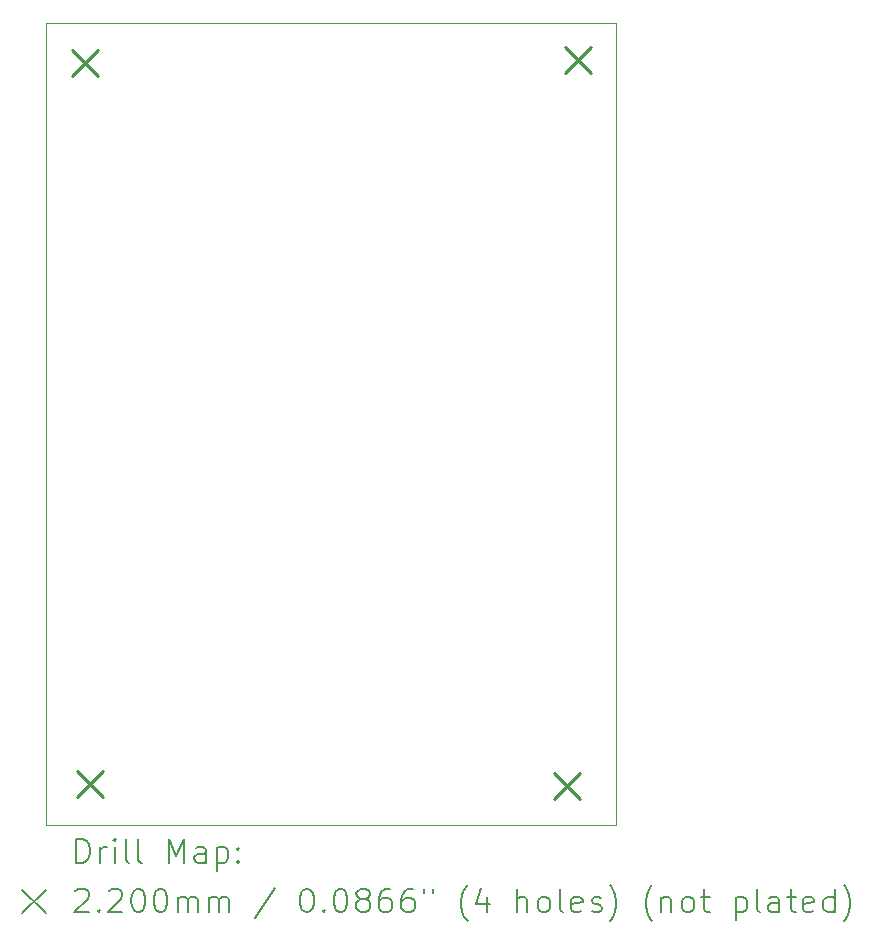
<source format=gbr>
%TF.GenerationSoftware,KiCad,Pcbnew,7.0.7*%
%TF.CreationDate,2023-09-08T10:26:25-07:00*%
%TF.ProjectId,TailLights,5461696c-4c69-4676-9874-732e6b696361,rev?*%
%TF.SameCoordinates,Original*%
%TF.FileFunction,Drillmap*%
%TF.FilePolarity,Positive*%
%FSLAX45Y45*%
G04 Gerber Fmt 4.5, Leading zero omitted, Abs format (unit mm)*
G04 Created by KiCad (PCBNEW 7.0.7) date 2023-09-08 10:26:25*
%MOMM*%
%LPD*%
G01*
G04 APERTURE LIST*
%ADD10C,0.100000*%
%ADD11C,0.200000*%
%ADD12C,0.220000*%
G04 APERTURE END LIST*
D10*
X5273040Y-2951480D02*
X10093960Y-2951480D01*
X10093960Y-9748520D01*
X5273040Y-9748520D01*
X5273040Y-2951480D01*
D11*
D12*
X5488160Y-3181840D02*
X5708160Y-3401840D01*
X5708160Y-3181840D02*
X5488160Y-3401840D01*
X5533880Y-9288000D02*
X5753880Y-9508000D01*
X5753880Y-9288000D02*
X5533880Y-9508000D01*
X9572480Y-9303240D02*
X9792480Y-9523240D01*
X9792480Y-9303240D02*
X9572480Y-9523240D01*
X9663920Y-3161520D02*
X9883920Y-3381520D01*
X9883920Y-3161520D02*
X9663920Y-3381520D01*
D11*
X5528817Y-10065004D02*
X5528817Y-9865004D01*
X5528817Y-9865004D02*
X5576436Y-9865004D01*
X5576436Y-9865004D02*
X5605007Y-9874528D01*
X5605007Y-9874528D02*
X5624055Y-9893575D01*
X5624055Y-9893575D02*
X5633579Y-9912623D01*
X5633579Y-9912623D02*
X5643102Y-9950718D01*
X5643102Y-9950718D02*
X5643102Y-9979290D01*
X5643102Y-9979290D02*
X5633579Y-10017385D01*
X5633579Y-10017385D02*
X5624055Y-10036432D01*
X5624055Y-10036432D02*
X5605007Y-10055480D01*
X5605007Y-10055480D02*
X5576436Y-10065004D01*
X5576436Y-10065004D02*
X5528817Y-10065004D01*
X5728817Y-10065004D02*
X5728817Y-9931670D01*
X5728817Y-9969766D02*
X5738341Y-9950718D01*
X5738341Y-9950718D02*
X5747864Y-9941194D01*
X5747864Y-9941194D02*
X5766912Y-9931670D01*
X5766912Y-9931670D02*
X5785960Y-9931670D01*
X5852626Y-10065004D02*
X5852626Y-9931670D01*
X5852626Y-9865004D02*
X5843102Y-9874528D01*
X5843102Y-9874528D02*
X5852626Y-9884051D01*
X5852626Y-9884051D02*
X5862150Y-9874528D01*
X5862150Y-9874528D02*
X5852626Y-9865004D01*
X5852626Y-9865004D02*
X5852626Y-9884051D01*
X5976436Y-10065004D02*
X5957388Y-10055480D01*
X5957388Y-10055480D02*
X5947864Y-10036432D01*
X5947864Y-10036432D02*
X5947864Y-9865004D01*
X6081198Y-10065004D02*
X6062150Y-10055480D01*
X6062150Y-10055480D02*
X6052626Y-10036432D01*
X6052626Y-10036432D02*
X6052626Y-9865004D01*
X6309769Y-10065004D02*
X6309769Y-9865004D01*
X6309769Y-9865004D02*
X6376436Y-10007861D01*
X6376436Y-10007861D02*
X6443102Y-9865004D01*
X6443102Y-9865004D02*
X6443102Y-10065004D01*
X6624055Y-10065004D02*
X6624055Y-9960242D01*
X6624055Y-9960242D02*
X6614531Y-9941194D01*
X6614531Y-9941194D02*
X6595483Y-9931670D01*
X6595483Y-9931670D02*
X6557388Y-9931670D01*
X6557388Y-9931670D02*
X6538341Y-9941194D01*
X6624055Y-10055480D02*
X6605007Y-10065004D01*
X6605007Y-10065004D02*
X6557388Y-10065004D01*
X6557388Y-10065004D02*
X6538341Y-10055480D01*
X6538341Y-10055480D02*
X6528817Y-10036432D01*
X6528817Y-10036432D02*
X6528817Y-10017385D01*
X6528817Y-10017385D02*
X6538341Y-9998337D01*
X6538341Y-9998337D02*
X6557388Y-9988813D01*
X6557388Y-9988813D02*
X6605007Y-9988813D01*
X6605007Y-9988813D02*
X6624055Y-9979290D01*
X6719293Y-9931670D02*
X6719293Y-10131670D01*
X6719293Y-9941194D02*
X6738341Y-9931670D01*
X6738341Y-9931670D02*
X6776436Y-9931670D01*
X6776436Y-9931670D02*
X6795483Y-9941194D01*
X6795483Y-9941194D02*
X6805007Y-9950718D01*
X6805007Y-9950718D02*
X6814531Y-9969766D01*
X6814531Y-9969766D02*
X6814531Y-10026909D01*
X6814531Y-10026909D02*
X6805007Y-10045956D01*
X6805007Y-10045956D02*
X6795483Y-10055480D01*
X6795483Y-10055480D02*
X6776436Y-10065004D01*
X6776436Y-10065004D02*
X6738341Y-10065004D01*
X6738341Y-10065004D02*
X6719293Y-10055480D01*
X6900245Y-10045956D02*
X6909769Y-10055480D01*
X6909769Y-10055480D02*
X6900245Y-10065004D01*
X6900245Y-10065004D02*
X6890722Y-10055480D01*
X6890722Y-10055480D02*
X6900245Y-10045956D01*
X6900245Y-10045956D02*
X6900245Y-10065004D01*
X6900245Y-9941194D02*
X6909769Y-9950718D01*
X6909769Y-9950718D02*
X6900245Y-9960242D01*
X6900245Y-9960242D02*
X6890722Y-9950718D01*
X6890722Y-9950718D02*
X6900245Y-9941194D01*
X6900245Y-9941194D02*
X6900245Y-9960242D01*
X5068040Y-10293520D02*
X5268040Y-10493520D01*
X5268040Y-10293520D02*
X5068040Y-10493520D01*
X5519293Y-10304051D02*
X5528817Y-10294528D01*
X5528817Y-10294528D02*
X5547864Y-10285004D01*
X5547864Y-10285004D02*
X5595483Y-10285004D01*
X5595483Y-10285004D02*
X5614531Y-10294528D01*
X5614531Y-10294528D02*
X5624055Y-10304051D01*
X5624055Y-10304051D02*
X5633579Y-10323099D01*
X5633579Y-10323099D02*
X5633579Y-10342147D01*
X5633579Y-10342147D02*
X5624055Y-10370718D01*
X5624055Y-10370718D02*
X5509769Y-10485004D01*
X5509769Y-10485004D02*
X5633579Y-10485004D01*
X5719293Y-10465956D02*
X5728817Y-10475480D01*
X5728817Y-10475480D02*
X5719293Y-10485004D01*
X5719293Y-10485004D02*
X5709769Y-10475480D01*
X5709769Y-10475480D02*
X5719293Y-10465956D01*
X5719293Y-10465956D02*
X5719293Y-10485004D01*
X5805007Y-10304051D02*
X5814531Y-10294528D01*
X5814531Y-10294528D02*
X5833579Y-10285004D01*
X5833579Y-10285004D02*
X5881198Y-10285004D01*
X5881198Y-10285004D02*
X5900245Y-10294528D01*
X5900245Y-10294528D02*
X5909769Y-10304051D01*
X5909769Y-10304051D02*
X5919293Y-10323099D01*
X5919293Y-10323099D02*
X5919293Y-10342147D01*
X5919293Y-10342147D02*
X5909769Y-10370718D01*
X5909769Y-10370718D02*
X5795483Y-10485004D01*
X5795483Y-10485004D02*
X5919293Y-10485004D01*
X6043102Y-10285004D02*
X6062150Y-10285004D01*
X6062150Y-10285004D02*
X6081198Y-10294528D01*
X6081198Y-10294528D02*
X6090722Y-10304051D01*
X6090722Y-10304051D02*
X6100245Y-10323099D01*
X6100245Y-10323099D02*
X6109769Y-10361194D01*
X6109769Y-10361194D02*
X6109769Y-10408813D01*
X6109769Y-10408813D02*
X6100245Y-10446909D01*
X6100245Y-10446909D02*
X6090722Y-10465956D01*
X6090722Y-10465956D02*
X6081198Y-10475480D01*
X6081198Y-10475480D02*
X6062150Y-10485004D01*
X6062150Y-10485004D02*
X6043102Y-10485004D01*
X6043102Y-10485004D02*
X6024055Y-10475480D01*
X6024055Y-10475480D02*
X6014531Y-10465956D01*
X6014531Y-10465956D02*
X6005007Y-10446909D01*
X6005007Y-10446909D02*
X5995483Y-10408813D01*
X5995483Y-10408813D02*
X5995483Y-10361194D01*
X5995483Y-10361194D02*
X6005007Y-10323099D01*
X6005007Y-10323099D02*
X6014531Y-10304051D01*
X6014531Y-10304051D02*
X6024055Y-10294528D01*
X6024055Y-10294528D02*
X6043102Y-10285004D01*
X6233579Y-10285004D02*
X6252626Y-10285004D01*
X6252626Y-10285004D02*
X6271674Y-10294528D01*
X6271674Y-10294528D02*
X6281198Y-10304051D01*
X6281198Y-10304051D02*
X6290722Y-10323099D01*
X6290722Y-10323099D02*
X6300245Y-10361194D01*
X6300245Y-10361194D02*
X6300245Y-10408813D01*
X6300245Y-10408813D02*
X6290722Y-10446909D01*
X6290722Y-10446909D02*
X6281198Y-10465956D01*
X6281198Y-10465956D02*
X6271674Y-10475480D01*
X6271674Y-10475480D02*
X6252626Y-10485004D01*
X6252626Y-10485004D02*
X6233579Y-10485004D01*
X6233579Y-10485004D02*
X6214531Y-10475480D01*
X6214531Y-10475480D02*
X6205007Y-10465956D01*
X6205007Y-10465956D02*
X6195483Y-10446909D01*
X6195483Y-10446909D02*
X6185960Y-10408813D01*
X6185960Y-10408813D02*
X6185960Y-10361194D01*
X6185960Y-10361194D02*
X6195483Y-10323099D01*
X6195483Y-10323099D02*
X6205007Y-10304051D01*
X6205007Y-10304051D02*
X6214531Y-10294528D01*
X6214531Y-10294528D02*
X6233579Y-10285004D01*
X6385960Y-10485004D02*
X6385960Y-10351670D01*
X6385960Y-10370718D02*
X6395483Y-10361194D01*
X6395483Y-10361194D02*
X6414531Y-10351670D01*
X6414531Y-10351670D02*
X6443103Y-10351670D01*
X6443103Y-10351670D02*
X6462150Y-10361194D01*
X6462150Y-10361194D02*
X6471674Y-10380242D01*
X6471674Y-10380242D02*
X6471674Y-10485004D01*
X6471674Y-10380242D02*
X6481198Y-10361194D01*
X6481198Y-10361194D02*
X6500245Y-10351670D01*
X6500245Y-10351670D02*
X6528817Y-10351670D01*
X6528817Y-10351670D02*
X6547864Y-10361194D01*
X6547864Y-10361194D02*
X6557388Y-10380242D01*
X6557388Y-10380242D02*
X6557388Y-10485004D01*
X6652626Y-10485004D02*
X6652626Y-10351670D01*
X6652626Y-10370718D02*
X6662150Y-10361194D01*
X6662150Y-10361194D02*
X6681198Y-10351670D01*
X6681198Y-10351670D02*
X6709769Y-10351670D01*
X6709769Y-10351670D02*
X6728817Y-10361194D01*
X6728817Y-10361194D02*
X6738341Y-10380242D01*
X6738341Y-10380242D02*
X6738341Y-10485004D01*
X6738341Y-10380242D02*
X6747864Y-10361194D01*
X6747864Y-10361194D02*
X6766912Y-10351670D01*
X6766912Y-10351670D02*
X6795483Y-10351670D01*
X6795483Y-10351670D02*
X6814531Y-10361194D01*
X6814531Y-10361194D02*
X6824055Y-10380242D01*
X6824055Y-10380242D02*
X6824055Y-10485004D01*
X7214531Y-10275480D02*
X7043103Y-10532623D01*
X7471674Y-10285004D02*
X7490722Y-10285004D01*
X7490722Y-10285004D02*
X7509769Y-10294528D01*
X7509769Y-10294528D02*
X7519293Y-10304051D01*
X7519293Y-10304051D02*
X7528817Y-10323099D01*
X7528817Y-10323099D02*
X7538341Y-10361194D01*
X7538341Y-10361194D02*
X7538341Y-10408813D01*
X7538341Y-10408813D02*
X7528817Y-10446909D01*
X7528817Y-10446909D02*
X7519293Y-10465956D01*
X7519293Y-10465956D02*
X7509769Y-10475480D01*
X7509769Y-10475480D02*
X7490722Y-10485004D01*
X7490722Y-10485004D02*
X7471674Y-10485004D01*
X7471674Y-10485004D02*
X7452626Y-10475480D01*
X7452626Y-10475480D02*
X7443103Y-10465956D01*
X7443103Y-10465956D02*
X7433579Y-10446909D01*
X7433579Y-10446909D02*
X7424055Y-10408813D01*
X7424055Y-10408813D02*
X7424055Y-10361194D01*
X7424055Y-10361194D02*
X7433579Y-10323099D01*
X7433579Y-10323099D02*
X7443103Y-10304051D01*
X7443103Y-10304051D02*
X7452626Y-10294528D01*
X7452626Y-10294528D02*
X7471674Y-10285004D01*
X7624055Y-10465956D02*
X7633579Y-10475480D01*
X7633579Y-10475480D02*
X7624055Y-10485004D01*
X7624055Y-10485004D02*
X7614531Y-10475480D01*
X7614531Y-10475480D02*
X7624055Y-10465956D01*
X7624055Y-10465956D02*
X7624055Y-10485004D01*
X7757388Y-10285004D02*
X7776436Y-10285004D01*
X7776436Y-10285004D02*
X7795484Y-10294528D01*
X7795484Y-10294528D02*
X7805007Y-10304051D01*
X7805007Y-10304051D02*
X7814531Y-10323099D01*
X7814531Y-10323099D02*
X7824055Y-10361194D01*
X7824055Y-10361194D02*
X7824055Y-10408813D01*
X7824055Y-10408813D02*
X7814531Y-10446909D01*
X7814531Y-10446909D02*
X7805007Y-10465956D01*
X7805007Y-10465956D02*
X7795484Y-10475480D01*
X7795484Y-10475480D02*
X7776436Y-10485004D01*
X7776436Y-10485004D02*
X7757388Y-10485004D01*
X7757388Y-10485004D02*
X7738341Y-10475480D01*
X7738341Y-10475480D02*
X7728817Y-10465956D01*
X7728817Y-10465956D02*
X7719293Y-10446909D01*
X7719293Y-10446909D02*
X7709769Y-10408813D01*
X7709769Y-10408813D02*
X7709769Y-10361194D01*
X7709769Y-10361194D02*
X7719293Y-10323099D01*
X7719293Y-10323099D02*
X7728817Y-10304051D01*
X7728817Y-10304051D02*
X7738341Y-10294528D01*
X7738341Y-10294528D02*
X7757388Y-10285004D01*
X7938341Y-10370718D02*
X7919293Y-10361194D01*
X7919293Y-10361194D02*
X7909769Y-10351670D01*
X7909769Y-10351670D02*
X7900246Y-10332623D01*
X7900246Y-10332623D02*
X7900246Y-10323099D01*
X7900246Y-10323099D02*
X7909769Y-10304051D01*
X7909769Y-10304051D02*
X7919293Y-10294528D01*
X7919293Y-10294528D02*
X7938341Y-10285004D01*
X7938341Y-10285004D02*
X7976436Y-10285004D01*
X7976436Y-10285004D02*
X7995484Y-10294528D01*
X7995484Y-10294528D02*
X8005007Y-10304051D01*
X8005007Y-10304051D02*
X8014531Y-10323099D01*
X8014531Y-10323099D02*
X8014531Y-10332623D01*
X8014531Y-10332623D02*
X8005007Y-10351670D01*
X8005007Y-10351670D02*
X7995484Y-10361194D01*
X7995484Y-10361194D02*
X7976436Y-10370718D01*
X7976436Y-10370718D02*
X7938341Y-10370718D01*
X7938341Y-10370718D02*
X7919293Y-10380242D01*
X7919293Y-10380242D02*
X7909769Y-10389766D01*
X7909769Y-10389766D02*
X7900246Y-10408813D01*
X7900246Y-10408813D02*
X7900246Y-10446909D01*
X7900246Y-10446909D02*
X7909769Y-10465956D01*
X7909769Y-10465956D02*
X7919293Y-10475480D01*
X7919293Y-10475480D02*
X7938341Y-10485004D01*
X7938341Y-10485004D02*
X7976436Y-10485004D01*
X7976436Y-10485004D02*
X7995484Y-10475480D01*
X7995484Y-10475480D02*
X8005007Y-10465956D01*
X8005007Y-10465956D02*
X8014531Y-10446909D01*
X8014531Y-10446909D02*
X8014531Y-10408813D01*
X8014531Y-10408813D02*
X8005007Y-10389766D01*
X8005007Y-10389766D02*
X7995484Y-10380242D01*
X7995484Y-10380242D02*
X7976436Y-10370718D01*
X8185960Y-10285004D02*
X8147865Y-10285004D01*
X8147865Y-10285004D02*
X8128817Y-10294528D01*
X8128817Y-10294528D02*
X8119293Y-10304051D01*
X8119293Y-10304051D02*
X8100246Y-10332623D01*
X8100246Y-10332623D02*
X8090722Y-10370718D01*
X8090722Y-10370718D02*
X8090722Y-10446909D01*
X8090722Y-10446909D02*
X8100246Y-10465956D01*
X8100246Y-10465956D02*
X8109769Y-10475480D01*
X8109769Y-10475480D02*
X8128817Y-10485004D01*
X8128817Y-10485004D02*
X8166912Y-10485004D01*
X8166912Y-10485004D02*
X8185960Y-10475480D01*
X8185960Y-10475480D02*
X8195484Y-10465956D01*
X8195484Y-10465956D02*
X8205007Y-10446909D01*
X8205007Y-10446909D02*
X8205007Y-10399290D01*
X8205007Y-10399290D02*
X8195484Y-10380242D01*
X8195484Y-10380242D02*
X8185960Y-10370718D01*
X8185960Y-10370718D02*
X8166912Y-10361194D01*
X8166912Y-10361194D02*
X8128817Y-10361194D01*
X8128817Y-10361194D02*
X8109769Y-10370718D01*
X8109769Y-10370718D02*
X8100246Y-10380242D01*
X8100246Y-10380242D02*
X8090722Y-10399290D01*
X8376436Y-10285004D02*
X8338341Y-10285004D01*
X8338341Y-10285004D02*
X8319293Y-10294528D01*
X8319293Y-10294528D02*
X8309769Y-10304051D01*
X8309769Y-10304051D02*
X8290722Y-10332623D01*
X8290722Y-10332623D02*
X8281198Y-10370718D01*
X8281198Y-10370718D02*
X8281198Y-10446909D01*
X8281198Y-10446909D02*
X8290722Y-10465956D01*
X8290722Y-10465956D02*
X8300246Y-10475480D01*
X8300246Y-10475480D02*
X8319293Y-10485004D01*
X8319293Y-10485004D02*
X8357388Y-10485004D01*
X8357388Y-10485004D02*
X8376436Y-10475480D01*
X8376436Y-10475480D02*
X8385960Y-10465956D01*
X8385960Y-10465956D02*
X8395484Y-10446909D01*
X8395484Y-10446909D02*
X8395484Y-10399290D01*
X8395484Y-10399290D02*
X8385960Y-10380242D01*
X8385960Y-10380242D02*
X8376436Y-10370718D01*
X8376436Y-10370718D02*
X8357388Y-10361194D01*
X8357388Y-10361194D02*
X8319293Y-10361194D01*
X8319293Y-10361194D02*
X8300246Y-10370718D01*
X8300246Y-10370718D02*
X8290722Y-10380242D01*
X8290722Y-10380242D02*
X8281198Y-10399290D01*
X8471674Y-10285004D02*
X8471674Y-10323099D01*
X8547865Y-10285004D02*
X8547865Y-10323099D01*
X8843103Y-10561194D02*
X8833579Y-10551670D01*
X8833579Y-10551670D02*
X8814531Y-10523099D01*
X8814531Y-10523099D02*
X8805008Y-10504051D01*
X8805008Y-10504051D02*
X8795484Y-10475480D01*
X8795484Y-10475480D02*
X8785960Y-10427861D01*
X8785960Y-10427861D02*
X8785960Y-10389766D01*
X8785960Y-10389766D02*
X8795484Y-10342147D01*
X8795484Y-10342147D02*
X8805008Y-10313575D01*
X8805008Y-10313575D02*
X8814531Y-10294528D01*
X8814531Y-10294528D02*
X8833579Y-10265956D01*
X8833579Y-10265956D02*
X8843103Y-10256432D01*
X9005008Y-10351670D02*
X9005008Y-10485004D01*
X8957389Y-10275480D02*
X8909770Y-10418337D01*
X8909770Y-10418337D02*
X9033579Y-10418337D01*
X9262151Y-10485004D02*
X9262151Y-10285004D01*
X9347865Y-10485004D02*
X9347865Y-10380242D01*
X9347865Y-10380242D02*
X9338341Y-10361194D01*
X9338341Y-10361194D02*
X9319293Y-10351670D01*
X9319293Y-10351670D02*
X9290722Y-10351670D01*
X9290722Y-10351670D02*
X9271674Y-10361194D01*
X9271674Y-10361194D02*
X9262151Y-10370718D01*
X9471674Y-10485004D02*
X9452627Y-10475480D01*
X9452627Y-10475480D02*
X9443103Y-10465956D01*
X9443103Y-10465956D02*
X9433579Y-10446909D01*
X9433579Y-10446909D02*
X9433579Y-10389766D01*
X9433579Y-10389766D02*
X9443103Y-10370718D01*
X9443103Y-10370718D02*
X9452627Y-10361194D01*
X9452627Y-10361194D02*
X9471674Y-10351670D01*
X9471674Y-10351670D02*
X9500246Y-10351670D01*
X9500246Y-10351670D02*
X9519293Y-10361194D01*
X9519293Y-10361194D02*
X9528817Y-10370718D01*
X9528817Y-10370718D02*
X9538341Y-10389766D01*
X9538341Y-10389766D02*
X9538341Y-10446909D01*
X9538341Y-10446909D02*
X9528817Y-10465956D01*
X9528817Y-10465956D02*
X9519293Y-10475480D01*
X9519293Y-10475480D02*
X9500246Y-10485004D01*
X9500246Y-10485004D02*
X9471674Y-10485004D01*
X9652627Y-10485004D02*
X9633579Y-10475480D01*
X9633579Y-10475480D02*
X9624055Y-10456432D01*
X9624055Y-10456432D02*
X9624055Y-10285004D01*
X9805008Y-10475480D02*
X9785960Y-10485004D01*
X9785960Y-10485004D02*
X9747865Y-10485004D01*
X9747865Y-10485004D02*
X9728817Y-10475480D01*
X9728817Y-10475480D02*
X9719293Y-10456432D01*
X9719293Y-10456432D02*
X9719293Y-10380242D01*
X9719293Y-10380242D02*
X9728817Y-10361194D01*
X9728817Y-10361194D02*
X9747865Y-10351670D01*
X9747865Y-10351670D02*
X9785960Y-10351670D01*
X9785960Y-10351670D02*
X9805008Y-10361194D01*
X9805008Y-10361194D02*
X9814532Y-10380242D01*
X9814532Y-10380242D02*
X9814532Y-10399290D01*
X9814532Y-10399290D02*
X9719293Y-10418337D01*
X9890722Y-10475480D02*
X9909770Y-10485004D01*
X9909770Y-10485004D02*
X9947865Y-10485004D01*
X9947865Y-10485004D02*
X9966913Y-10475480D01*
X9966913Y-10475480D02*
X9976436Y-10456432D01*
X9976436Y-10456432D02*
X9976436Y-10446909D01*
X9976436Y-10446909D02*
X9966913Y-10427861D01*
X9966913Y-10427861D02*
X9947865Y-10418337D01*
X9947865Y-10418337D02*
X9919293Y-10418337D01*
X9919293Y-10418337D02*
X9900246Y-10408813D01*
X9900246Y-10408813D02*
X9890722Y-10389766D01*
X9890722Y-10389766D02*
X9890722Y-10380242D01*
X9890722Y-10380242D02*
X9900246Y-10361194D01*
X9900246Y-10361194D02*
X9919293Y-10351670D01*
X9919293Y-10351670D02*
X9947865Y-10351670D01*
X9947865Y-10351670D02*
X9966913Y-10361194D01*
X10043103Y-10561194D02*
X10052627Y-10551670D01*
X10052627Y-10551670D02*
X10071674Y-10523099D01*
X10071674Y-10523099D02*
X10081198Y-10504051D01*
X10081198Y-10504051D02*
X10090722Y-10475480D01*
X10090722Y-10475480D02*
X10100246Y-10427861D01*
X10100246Y-10427861D02*
X10100246Y-10389766D01*
X10100246Y-10389766D02*
X10090722Y-10342147D01*
X10090722Y-10342147D02*
X10081198Y-10313575D01*
X10081198Y-10313575D02*
X10071674Y-10294528D01*
X10071674Y-10294528D02*
X10052627Y-10265956D01*
X10052627Y-10265956D02*
X10043103Y-10256432D01*
X10405008Y-10561194D02*
X10395484Y-10551670D01*
X10395484Y-10551670D02*
X10376436Y-10523099D01*
X10376436Y-10523099D02*
X10366913Y-10504051D01*
X10366913Y-10504051D02*
X10357389Y-10475480D01*
X10357389Y-10475480D02*
X10347865Y-10427861D01*
X10347865Y-10427861D02*
X10347865Y-10389766D01*
X10347865Y-10389766D02*
X10357389Y-10342147D01*
X10357389Y-10342147D02*
X10366913Y-10313575D01*
X10366913Y-10313575D02*
X10376436Y-10294528D01*
X10376436Y-10294528D02*
X10395484Y-10265956D01*
X10395484Y-10265956D02*
X10405008Y-10256432D01*
X10481198Y-10351670D02*
X10481198Y-10485004D01*
X10481198Y-10370718D02*
X10490722Y-10361194D01*
X10490722Y-10361194D02*
X10509770Y-10351670D01*
X10509770Y-10351670D02*
X10538341Y-10351670D01*
X10538341Y-10351670D02*
X10557389Y-10361194D01*
X10557389Y-10361194D02*
X10566913Y-10380242D01*
X10566913Y-10380242D02*
X10566913Y-10485004D01*
X10690722Y-10485004D02*
X10671674Y-10475480D01*
X10671674Y-10475480D02*
X10662151Y-10465956D01*
X10662151Y-10465956D02*
X10652627Y-10446909D01*
X10652627Y-10446909D02*
X10652627Y-10389766D01*
X10652627Y-10389766D02*
X10662151Y-10370718D01*
X10662151Y-10370718D02*
X10671674Y-10361194D01*
X10671674Y-10361194D02*
X10690722Y-10351670D01*
X10690722Y-10351670D02*
X10719294Y-10351670D01*
X10719294Y-10351670D02*
X10738341Y-10361194D01*
X10738341Y-10361194D02*
X10747865Y-10370718D01*
X10747865Y-10370718D02*
X10757389Y-10389766D01*
X10757389Y-10389766D02*
X10757389Y-10446909D01*
X10757389Y-10446909D02*
X10747865Y-10465956D01*
X10747865Y-10465956D02*
X10738341Y-10475480D01*
X10738341Y-10475480D02*
X10719294Y-10485004D01*
X10719294Y-10485004D02*
X10690722Y-10485004D01*
X10814532Y-10351670D02*
X10890722Y-10351670D01*
X10843103Y-10285004D02*
X10843103Y-10456432D01*
X10843103Y-10456432D02*
X10852627Y-10475480D01*
X10852627Y-10475480D02*
X10871674Y-10485004D01*
X10871674Y-10485004D02*
X10890722Y-10485004D01*
X11109770Y-10351670D02*
X11109770Y-10551670D01*
X11109770Y-10361194D02*
X11128817Y-10351670D01*
X11128817Y-10351670D02*
X11166913Y-10351670D01*
X11166913Y-10351670D02*
X11185960Y-10361194D01*
X11185960Y-10361194D02*
X11195484Y-10370718D01*
X11195484Y-10370718D02*
X11205008Y-10389766D01*
X11205008Y-10389766D02*
X11205008Y-10446909D01*
X11205008Y-10446909D02*
X11195484Y-10465956D01*
X11195484Y-10465956D02*
X11185960Y-10475480D01*
X11185960Y-10475480D02*
X11166913Y-10485004D01*
X11166913Y-10485004D02*
X11128817Y-10485004D01*
X11128817Y-10485004D02*
X11109770Y-10475480D01*
X11319293Y-10485004D02*
X11300246Y-10475480D01*
X11300246Y-10475480D02*
X11290722Y-10456432D01*
X11290722Y-10456432D02*
X11290722Y-10285004D01*
X11481198Y-10485004D02*
X11481198Y-10380242D01*
X11481198Y-10380242D02*
X11471674Y-10361194D01*
X11471674Y-10361194D02*
X11452627Y-10351670D01*
X11452627Y-10351670D02*
X11414532Y-10351670D01*
X11414532Y-10351670D02*
X11395484Y-10361194D01*
X11481198Y-10475480D02*
X11462151Y-10485004D01*
X11462151Y-10485004D02*
X11414532Y-10485004D01*
X11414532Y-10485004D02*
X11395484Y-10475480D01*
X11395484Y-10475480D02*
X11385960Y-10456432D01*
X11385960Y-10456432D02*
X11385960Y-10437385D01*
X11385960Y-10437385D02*
X11395484Y-10418337D01*
X11395484Y-10418337D02*
X11414532Y-10408813D01*
X11414532Y-10408813D02*
X11462151Y-10408813D01*
X11462151Y-10408813D02*
X11481198Y-10399290D01*
X11547865Y-10351670D02*
X11624055Y-10351670D01*
X11576436Y-10285004D02*
X11576436Y-10456432D01*
X11576436Y-10456432D02*
X11585960Y-10475480D01*
X11585960Y-10475480D02*
X11605008Y-10485004D01*
X11605008Y-10485004D02*
X11624055Y-10485004D01*
X11766913Y-10475480D02*
X11747865Y-10485004D01*
X11747865Y-10485004D02*
X11709770Y-10485004D01*
X11709770Y-10485004D02*
X11690722Y-10475480D01*
X11690722Y-10475480D02*
X11681198Y-10456432D01*
X11681198Y-10456432D02*
X11681198Y-10380242D01*
X11681198Y-10380242D02*
X11690722Y-10361194D01*
X11690722Y-10361194D02*
X11709770Y-10351670D01*
X11709770Y-10351670D02*
X11747865Y-10351670D01*
X11747865Y-10351670D02*
X11766913Y-10361194D01*
X11766913Y-10361194D02*
X11776436Y-10380242D01*
X11776436Y-10380242D02*
X11776436Y-10399290D01*
X11776436Y-10399290D02*
X11681198Y-10418337D01*
X11947865Y-10485004D02*
X11947865Y-10285004D01*
X11947865Y-10475480D02*
X11928817Y-10485004D01*
X11928817Y-10485004D02*
X11890722Y-10485004D01*
X11890722Y-10485004D02*
X11871674Y-10475480D01*
X11871674Y-10475480D02*
X11862151Y-10465956D01*
X11862151Y-10465956D02*
X11852627Y-10446909D01*
X11852627Y-10446909D02*
X11852627Y-10389766D01*
X11852627Y-10389766D02*
X11862151Y-10370718D01*
X11862151Y-10370718D02*
X11871674Y-10361194D01*
X11871674Y-10361194D02*
X11890722Y-10351670D01*
X11890722Y-10351670D02*
X11928817Y-10351670D01*
X11928817Y-10351670D02*
X11947865Y-10361194D01*
X12024055Y-10561194D02*
X12033579Y-10551670D01*
X12033579Y-10551670D02*
X12052627Y-10523099D01*
X12052627Y-10523099D02*
X12062151Y-10504051D01*
X12062151Y-10504051D02*
X12071674Y-10475480D01*
X12071674Y-10475480D02*
X12081198Y-10427861D01*
X12081198Y-10427861D02*
X12081198Y-10389766D01*
X12081198Y-10389766D02*
X12071674Y-10342147D01*
X12071674Y-10342147D02*
X12062151Y-10313575D01*
X12062151Y-10313575D02*
X12052627Y-10294528D01*
X12052627Y-10294528D02*
X12033579Y-10265956D01*
X12033579Y-10265956D02*
X12024055Y-10256432D01*
M02*

</source>
